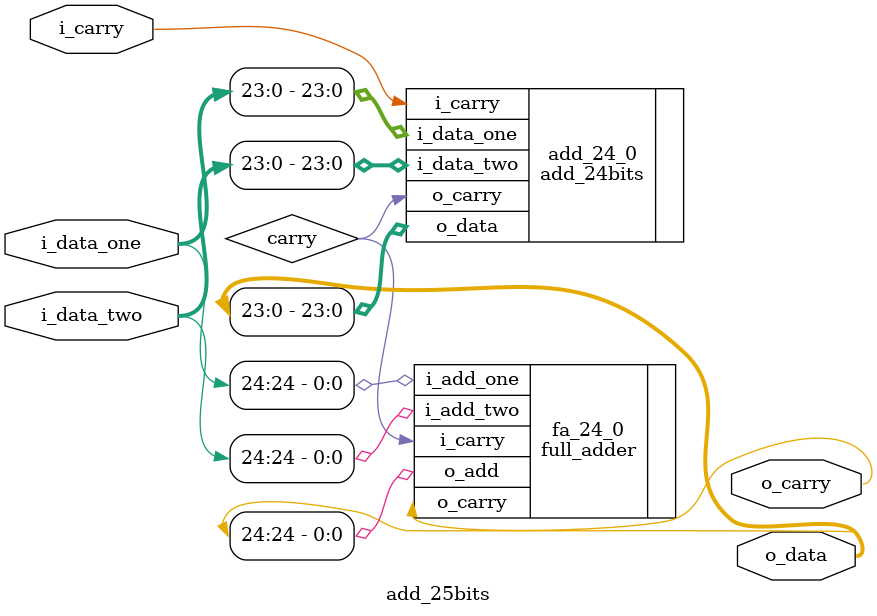
<source format=sv>
module add_25bits(
  input logic  [24:0] i_data_one,
  input logic  [24:0] i_data_two,
  input logic         i_carry,
  
  output logic [24:0] o_data,
  output logic        o_carry
);

  logic carry;

  add_24bits add_24_0(
    .i_data_one (i_data_one[23:0]),
    .i_data_two (i_data_two[23:0]),
    .i_carry    (i_carry),
    .o_data     (o_data[23:0]),
    .o_carry    (carry)
  );
  
  full_adder fa_24_0(
    .i_add_one (i_data_one[24]),
    .i_add_two (i_data_two[24]),
    .i_carry   (carry),
    .o_add     (o_data[24]),
    .o_carry   (o_carry)
  );

endmodule
</source>
